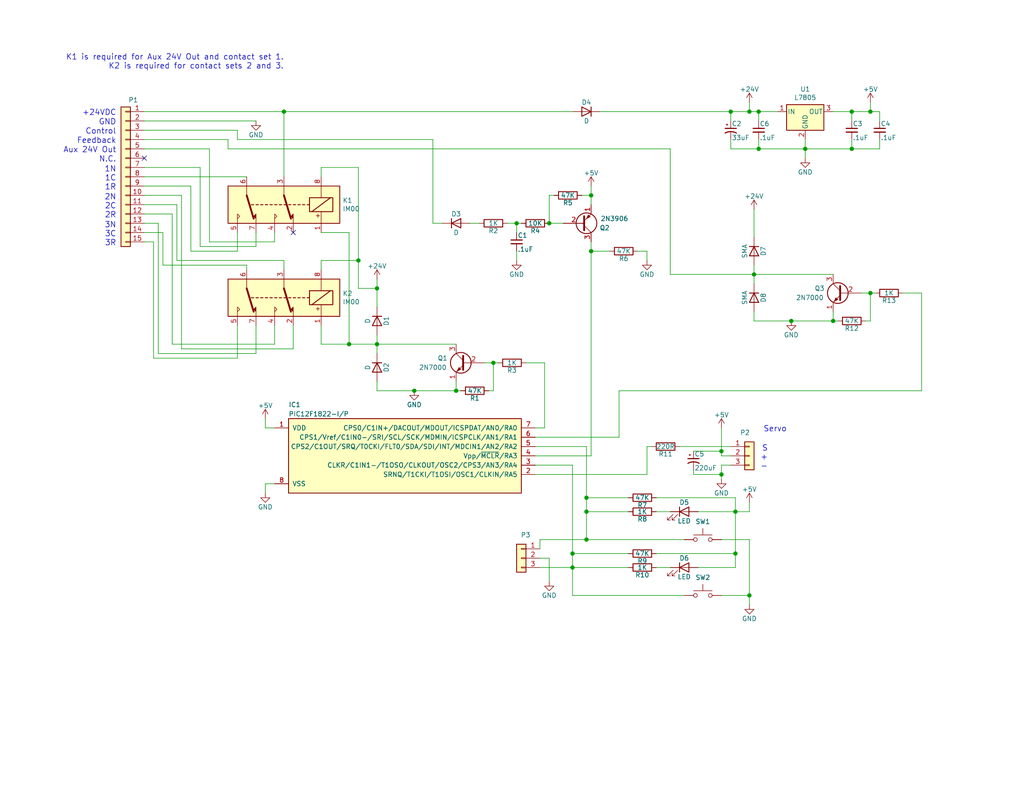
<source format=kicad_sch>
(kicad_sch (version 20200828) (generator eeschema)
  (page 1 1)
  (paper "A")
  (title_block (title "R/C Servo Switch Machine Control") (date "2019-10-18") (rev "B") (company "DMFE") (comment 1 "G2R Version "))
  (lib_symbols
    (symbol "Connector_Generic:Conn_01x03" (pin_names (offset 1.016) hide)
      (property "Reference" "J" (at 0 5.08 0))
      (property "Value" "Conn_01x03" (at 0 -5.08 0))
      (symbol "Conn_01x03_1_1"
        (rectangle (start -1.27 -2.413) (end 0 -2.667) (stroke (width 0.1524)))
        (rectangle (start -1.27 2.667) (end 0 2.413) (stroke (width 0.1524)))
        (rectangle (start -1.27 3.81) (end 1.27 -3.81) (stroke (width 0.254)) (fill (type background)))
        (rectangle (start -1.27 0.127) (end 0 -0.127) (stroke (width 0.1524)))
        (pin passive line (at -5.08 2.54 0) (length 3.81) (name "Pin_1") (number "1"))
        (pin passive line (at -5.08 0 0) (length 3.81) (name "Pin_2") (number "2"))
        (pin passive line (at -5.08 -2.54 0) (length 3.81) (name "Pin_3") (number "3"))
      )
    )
    (symbol "Connector_Generic:Conn_01x15" (pin_names (offset 1.016) hide)
      (property "Reference" "J" (at 0 20.32 0))
      (property "Value" "Conn_01x15" (at 0 -20.32 0))
      (symbol "Conn_01x15_1_1"
        (rectangle (start -1.27 -4.953) (end 0 -5.207) (stroke (width 0.1524)))
        (rectangle (start -1.27 -7.493) (end 0 -7.747) (stroke (width 0.1524)))
        (rectangle (start -1.27 -10.033) (end 0 -10.287) (stroke (width 0.1524)))
        (rectangle (start -1.27 -12.573) (end 0 -12.827) (stroke (width 0.1524)))
        (rectangle (start -1.27 -15.113) (end 0 -15.367) (stroke (width 0.1524)))
        (rectangle (start -1.27 -17.653) (end 0 -17.907) (stroke (width 0.1524)))
        (rectangle (start -1.27 -2.413) (end 0 -2.667) (stroke (width 0.1524)))
        (rectangle (start -1.27 2.667) (end 0 2.413) (stroke (width 0.1524)))
        (rectangle (start -1.27 5.207) (end 0 4.953) (stroke (width 0.1524)))
        (rectangle (start -1.27 7.747) (end 0 7.493) (stroke (width 0.1524)))
        (rectangle (start -1.27 10.287) (end 0 10.033) (stroke (width 0.1524)))
        (rectangle (start -1.27 0.127) (end 0 -0.127) (stroke (width 0.1524)))
        (rectangle (start -1.27 12.827) (end 0 12.573) (stroke (width 0.1524)))
        (rectangle (start -1.27 15.367) (end 0 15.113) (stroke (width 0.1524)))
        (rectangle (start -1.27 17.907) (end 0 17.653) (stroke (width 0.1524)))
        (rectangle (start -1.27 19.05) (end 1.27 -19.05) (stroke (width 0.254)) (fill (type background)))
        (pin passive line (at -5.08 17.78 0) (length 3.81) (name "Pin_1") (number "1"))
        (pin passive line (at -5.08 -5.08 0) (length 3.81) (name "Pin_10") (number "10"))
        (pin passive line (at -5.08 -7.62 0) (length 3.81) (name "Pin_11") (number "11"))
        (pin passive line (at -5.08 -10.16 0) (length 3.81) (name "Pin_12") (number "12"))
        (pin passive line (at -5.08 -12.7 0) (length 3.81) (name "Pin_13") (number "13"))
        (pin passive line (at -5.08 -15.24 0) (length 3.81) (name "Pin_14") (number "14"))
        (pin passive line (at -5.08 -17.78 0) (length 3.81) (name "Pin_15") (number "15"))
        (pin passive line (at -5.08 15.24 0) (length 3.81) (name "Pin_2") (number "2"))
        (pin passive line (at -5.08 12.7 0) (length 3.81) (name "Pin_3") (number "3"))
        (pin passive line (at -5.08 10.16 0) (length 3.81) (name "Pin_4") (number "4"))
        (pin passive line (at -5.08 7.62 0) (length 3.81) (name "Pin_5") (number "5"))
        (pin passive line (at -5.08 5.08 0) (length 3.81) (name "Pin_6") (number "6"))
        (pin passive line (at -5.08 2.54 0) (length 3.81) (name "Pin_7") (number "7"))
        (pin passive line (at -5.08 0 0) (length 3.81) (name "Pin_8") (number "8"))
        (pin passive line (at -5.08 -2.54 0) (length 3.81) (name "Pin_9") (number "9"))
      )
    )
    (symbol "Device:CP1_Small" (pin_numbers hide) (pin_names (offset 0.254) hide)
      (property "Reference" "C" (at 0.254 1.778 0))
      (property "Value" "CP1_Small" (at 0.254 -2.032 0))
      (symbol "CP1_Small_0_1"
        (arc (start -1.524 -0.762) (end 1.524 -0.762) (radius (at 0 -3.556) (length 3.175) (angles 118.6 61.4)) (stroke (width 0.3048)))
        (polyline (pts (xy -1.524 0.508) (xy 1.524 0.508)) (stroke (width 0.3048)))
        (polyline (pts (xy -1.27 1.524) (xy -0.762 1.524)))
        (polyline (pts (xy -1.016 1.27) (xy -1.016 1.778)))
      )
      (symbol "CP1_Small_1_1"
        (pin passive line (at 0 2.54 270) (length 2.032) (name "~") (number "1"))
        (pin passive line (at 0 -2.54 90) (length 2.032) (name "~") (number "2"))
      )
    )
    (symbol "Device:C_Small" (pin_numbers hide) (pin_names (offset 0.254) hide)
      (property "Reference" "C" (at 0.254 1.778 0))
      (property "Value" "C_Small" (at 0.254 -2.032 0))
      (symbol "C_Small_0_1"
        (polyline (pts (xy -1.524 -0.508) (xy 1.524 -0.508)) (stroke (width 0.3302)))
        (polyline (pts (xy -1.524 0.508) (xy 1.524 0.508)) (stroke (width 0.3048)))
      )
      (symbol "C_Small_1_1"
        (pin passive line (at 0 2.54 270) (length 2.032) (name "~") (number "1"))
        (pin passive line (at 0 -2.54 90) (length 2.032) (name "~") (number "2"))
      )
    )
    (symbol "Device:D" (pin_numbers hide) (pin_names (offset 1.016) hide)
      (property "Reference" "D" (at 0 2.54 0))
      (property "Value" "D" (at 0 -2.54 0))
      (symbol "D_0_1"
        (polyline (pts (xy -1.27 1.27) (xy -1.27 -1.27)) (stroke (width 0.254)))
        (polyline (pts (xy 1.27 0) (xy -1.27 0)))
        (polyline (pts (xy 1.27 1.27) (xy 1.27 -1.27) (xy -1.27 0) (xy 1.27 1.27)) (stroke (width 0.254)))
      )
      (symbol "D_1_1"
        (pin passive line (at -3.81 0 0) (length 2.54) (name "K") (number "1"))
        (pin passive line (at 3.81 0 180) (length 2.54) (name "A") (number "2"))
      )
    )
    (symbol "Device:LED" (pin_numbers hide) (pin_names (offset 1.016) hide)
      (property "Reference" "D" (at 0 2.54 0))
      (property "Value" "LED" (at 0 -2.54 0))
      (symbol "LED_0_1"
        (polyline (pts (xy -1.27 -1.27) (xy -1.27 1.27)) (stroke (width 0.254)))
        (polyline (pts (xy -1.27 0) (xy 1.27 0)))
        (polyline (pts (xy 1.27 -1.27) (xy 1.27 1.27) (xy -1.27 0) (xy 1.27 -1.27)) (stroke (width 0.254)))
        (polyline (pts (xy -3.048 -0.762) (xy -4.572 -2.286) (xy -3.81 -2.286) (xy -4.572 -2.286) (xy -4.572 -1.524)))
        (polyline (pts (xy -1.778 -0.762) (xy -3.302 -2.286) (xy -2.54 -2.286) (xy -3.302 -2.286) (xy -3.302 -1.524)))
      )
      (symbol "LED_1_1"
        (pin passive line (at -3.81 0 0) (length 2.54) (name "K") (number "1"))
        (pin passive line (at 3.81 0 180) (length 2.54) (name "A") (number "2"))
      )
    )
    (symbol "Device:Q_NPN_EBC" (pin_names (offset 0) hide)
      (property "Reference" "Q" (at 5.08 1.27 0))
      (property "Value" "Q_NPN_EBC" (at 5.08 -1.27 0))
      (symbol "Q_NPN_EBC_0_1"
        (circle (center 1.27 0) (radius 2.8194) (stroke (width 0.254)))
        (polyline (pts (xy 0.635 0.635) (xy 2.54 2.54)))
        (polyline (pts (xy 0.635 -0.635) (xy 2.54 -2.54) (xy 2.54 -2.54)))
        (polyline (pts (xy 0.635 1.905) (xy 0.635 -1.905) (xy 0.635 -1.905)) (stroke (width 0.508)))
        (polyline (pts (xy 1.27 -1.778) (xy 1.778 -1.27) (xy 2.286 -2.286) (xy 1.27 -1.778) (xy 1.27 -1.778)) (fill (type outline)))
      )
      (symbol "Q_NPN_EBC_1_1"
        (pin passive line (at 2.54 -5.08 90) (length 2.54) (name "E") (number "1"))
        (pin passive line (at -5.08 0 0) (length 5.715) (name "B") (number "2"))
        (pin passive line (at 2.54 5.08 270) (length 2.54) (name "C") (number "3"))
      )
    )
    (symbol "Device:Q_PNP_EBC" (pin_names (offset 0) hide)
      (property "Reference" "Q" (at 5.08 1.27 0))
      (property "Value" "Q_PNP_EBC" (at 5.08 -1.27 0))
      (symbol "Q_PNP_EBC_0_1"
        (circle (center 1.27 0) (radius 2.8194) (stroke (width 0.254)))
        (polyline (pts (xy 0.635 0.635) (xy 2.54 2.54)))
        (polyline (pts (xy 0.635 -0.635) (xy 2.54 -2.54) (xy 2.54 -2.54)))
        (polyline (pts (xy 0.635 1.905) (xy 0.635 -1.905) (xy 0.635 -1.905)) (stroke (width 0.508)))
        (polyline (pts (xy 2.286 -1.778) (xy 1.778 -2.286) (xy 1.27 -1.27) (xy 2.286 -1.778) (xy 2.286 -1.778)) (fill (type outline)))
      )
      (symbol "Q_PNP_EBC_1_1"
        (pin passive line (at 2.54 -5.08 90) (length 2.54) (name "E") (number "1"))
        (pin input line (at -5.08 0 0) (length 5.715) (name "B") (number "2"))
        (pin passive line (at 2.54 5.08 270) (length 2.54) (name "C") (number "3"))
      )
    )
    (symbol "Device:R" (pin_numbers hide) (pin_names (offset 0))
      (property "Reference" "R" (at 2.032 0 90))
      (property "Value" "R" (at 0 0 90))
      (symbol "R_0_1"
        (rectangle (start -1.016 -2.54) (end 1.016 2.54) (stroke (width 0.254)))
      )
      (symbol "R_1_1"
        (pin passive line (at 0 3.81 270) (length 1.27) (name "~") (number "1"))
        (pin passive line (at 0 -3.81 90) (length 1.27) (name "~") (number "2"))
      )
    )
    (symbol "RCSMCtrl-rescue:PIC12(L)F1822-I_P" (pin_names (offset 1.016))
      (property "Reference" "U" (at -31.75 13.97 0))
      (property "Value" "PIC12(L)F1822-I_P" (at -31.75 11.43 0))
      (symbol "PIC12(L)F1822-I_P_0_1"
        (rectangle (start 31.75 -10.16) (end -31.75 10.16) (stroke (width 0.254)) (fill (type background)))
      )
      (symbol "PIC12(L)F1822-I_P_1_1"
        (pin power_in line (at -35.56 7.62 0) (length 3.81) (name "VDD") (number "1"))
        (pin bidirectional line (at 35.56 -5.08 180) (length 3.81) (name "SRNQ/T1CKI/T1OSI/OSC1/CLKIN/RA5") (number "2"))
        (pin bidirectional line (at 35.56 -2.54 180) (length 3.81) (name "CLKR/C1IN1-/T1OSO/CLKOUT/OSC2/CPS3/AN3/RA4") (number "3"))
        (pin input line (at 35.56 0 180) (length 3.81) (name "Vpp/~MCLR~/RA3") (number "4"))
        (pin bidirectional line (at 35.56 2.54 180) (length 3.81) (name "CPS2/C1OUT/SRQ/T0CKI/FLT0/SDA/SDI/INT/MDCIN1/AN2/RA2") (number "5"))
        (pin bidirectional line (at 35.56 5.08 180) (length 3.81) (name "CPS1/Vref/C1IN0-/SRI/SCL/SCK/MDMIN/ICSPCLK/AN1/RA1") (number "6"))
        (pin bidirectional line (at 35.56 7.62 180) (length 3.81) (name "CPS0/C1IN+/DACOUT/MDOUT/ICSPDAT/AN0/RA0") (number "7"))
        (pin power_in line (at -35.56 -7.62 0) (length 3.81) (name "VSS") (number "8"))
      )
    )
    (symbol "Regulator_Linear:L7805" (pin_names (offset 0.254))
      (property "Reference" "U" (at -3.81 3.175 0))
      (property "Value" "L7805" (at 0 3.175 0))
      (symbol "L7805_0_1"
        (rectangle (start -5.08 1.905) (end 5.08 -5.08) (stroke (width 0.254)) (fill (type background)))
      )
      (symbol "L7805_1_1"
        (pin power_in line (at -7.62 0 0) (length 2.54) (name "IN") (number "1"))
        (pin power_in line (at 0 -7.62 90) (length 2.54) (name "GND") (number "2"))
        (pin power_out line (at 7.62 0 180) (length 2.54) (name "OUT") (number "3"))
      )
    )
    (symbol "Relay:IM00"
      (property "Reference" "K" (at 16.51 3.81 0))
      (property "Value" "IM00" (at 16.51 1.27 0))
      (symbol "IM00_0_0"
        (text "+" (at -9.271 2.921 0) (effects (font (size 1.27 1.27))))
      )
      (symbol "IM00_0_1"
        (rectangle (start -15.24 5.08) (end 15.24 -5.08) (stroke (width 0.254)) (fill (type background)))
        (rectangle (start -13.335 1.905) (end -6.985 -1.905) (stroke (width 0.254)))
        (polyline (pts (xy -12.7 -1.905) (xy -7.62 1.905)) (stroke (width 0.254)))
        (polyline (pts (xy -10.16 -5.08) (xy -10.16 -1.905)))
        (polyline (pts (xy -10.16 5.08) (xy -10.16 1.905)))
        (polyline (pts (xy -6.985 0) (xy -6.35 0)) (stroke (width 0.254)))
        (polyline (pts (xy -5.715 0) (xy -5.08 0)) (stroke (width 0.254)))
        (polyline (pts (xy -4.445 0) (xy -3.81 0)) (stroke (width 0.254)))
        (polyline (pts (xy -3.175 0) (xy -2.54 0)) (stroke (width 0.254)))
        (polyline (pts (xy -1.905 0) (xy -1.27 0)) (stroke (width 0.254)))
        (polyline (pts (xy -0.635 0) (xy 0 0)) (stroke (width 0.254)))
        (polyline (pts (xy 0 -2.54) (xy -1.905 3.81)) (stroke (width 0.508)))
        (polyline (pts (xy 0 -2.54) (xy 0 -5.08)))
        (polyline (pts (xy 0.635 0) (xy 1.27 0)) (stroke (width 0.254)))
        (polyline (pts (xy 1.905 0) (xy 2.54 0)) (stroke (width 0.254)))
        (polyline (pts (xy 3.175 0) (xy 3.81 0)) (stroke (width 0.254)))
        (polyline (pts (xy 4.445 0) (xy 5.08 0)) (stroke (width 0.254)))
        (polyline (pts (xy 5.715 0) (xy 6.35 0)) (stroke (width 0.254)))
        (polyline (pts (xy 6.985 0) (xy 7.62 0)) (stroke (width 0.254)))
        (polyline (pts (xy 8.255 0) (xy 8.89 0)) (stroke (width 0.254)))
        (polyline (pts (xy 10.16 -2.54) (xy 8.255 3.81)) (stroke (width 0.508)))
        (polyline (pts (xy 10.16 -2.54) (xy 10.16 -5.08)))
        (polyline (pts (xy -2.54 5.08) (xy -2.54 2.54) (xy -1.905 3.175) (xy -2.54 3.81)) (fill (type outline)))
        (polyline (pts (xy 2.54 5.08) (xy 2.54 2.54) (xy 1.905 3.175) (xy 2.54 3.81)))
        (polyline (pts (xy 7.62 5.08) (xy 7.62 2.54) (xy 8.255 3.175) (xy 7.62 3.81)) (fill (type outline)))
        (polyline (pts (xy 12.7 5.08) (xy 12.7 2.54) (xy 12.065 3.175) (xy 12.7 3.81)))
      )
      (symbol "IM00_1_1"
        (pin passive line (at -10.16 7.62 270) (length 2.54) (name "~") (number "1"))
        (pin passive line (at -2.54 7.62 270) (length 2.54) (name "~") (number "2"))
        (pin passive line (at 0 -7.62 90) (length 2.54) (name "~") (number "3"))
        (pin passive line (at 2.54 7.62 270) (length 2.54) (name "~") (number "4"))
        (pin passive line (at 12.7 7.62 270) (length 2.54) (name "~") (number "5"))
        (pin passive line (at 10.16 -7.62 90) (length 2.54) (name "~") (number "6"))
        (pin passive line (at 7.62 7.62 270) (length 2.54) (name "~") (number "7"))
        (pin passive line (at -10.16 -7.62 90) (length 2.54) (name "~") (number "8"))
      )
    )
    (symbol "Switch:SW_Push" (pin_numbers hide) (pin_names (offset 1.016) hide)
      (property "Reference" "SW" (at 1.27 2.54 0))
      (property "Value" "SW_Push" (at 0 -1.524 0))
      (symbol "SW_Push_0_1"
        (circle (center -2.032 0) (radius 0.508))
        (circle (center 2.032 0) (radius 0.508))
        (polyline (pts (xy 0 1.27) (xy 0 3.048)))
        (polyline (pts (xy 2.54 1.27) (xy -2.54 1.27)))
        (pin passive line (at -5.08 0 0) (length 2.54) (name "1") (number "1"))
        (pin passive line (at 5.08 0 180) (length 2.54) (name "2") (number "2"))
      )
    )
    (symbol "power:+24V" (power) (pin_names (offset 0))
      (property "Value" "+24V" (at 0 3.556 0))
      (symbol "+24V_0_1"
        (polyline (pts (xy -0.762 1.27) (xy 0 2.54)))
        (polyline (pts (xy 0 0) (xy 0 2.54)))
        (polyline (pts (xy 0 2.54) (xy 0.762 1.27)))
      )
      (symbol "+24V_1_1"
        (pin power_in line (at 0 0 90) (length 0) hide (name "+24V") (number "1"))
      )
    )
    (symbol "power:+5V" (power) (pin_names (offset 0))
      (property "Value" "+5V" (at 0 3.556 0))
      (symbol "+5V_0_1"
        (polyline (pts (xy -0.762 1.27) (xy 0 2.54)))
        (polyline (pts (xy 0 0) (xy 0 2.54)))
        (polyline (pts (xy 0 2.54) (xy 0.762 1.27)))
      )
      (symbol "+5V_1_1"
        (pin power_in line (at 0 0 90) (length 0) hide (name "+5V") (number "1"))
      )
    )
    (symbol "power:GND" (power) (pin_names (offset 0))
      (property "Value" "GND" (at 0 -3.81 0))
      (symbol "GND_0_1"
        (polyline (pts (xy 0 0) (xy 0 -1.27) (xy 1.27 -1.27) (xy 0 -2.54) (xy -1.27 -1.27) (xy 0 -1.27)))
      )
      (symbol "GND_1_1"
        (pin power_in line (at 0 0 270) (length 0) hide (name "GND") (number "1"))
      )
    )
  )
  (junction (at 77.47 30.48) (diameter 1.016))
  (junction (at 95.25 93.98) (diameter 1.016))
  (junction (at 97.79 71.12) (diameter 1.016))
  (junction (at 102.87 78.74) (diameter 1.016))
  (junction (at 102.87 93.98) (diameter 1.016))
  (junction (at 113.03 106.68) (diameter 1.016))
  (junction (at 124.46 106.68) (diameter 1.016))
  (junction (at 134.62 99.06) (diameter 1.016))
  (junction (at 140.97 60.96) (diameter 1.016))
  (junction (at 149.86 60.96) (diameter 1.016))
  (junction (at 156.21 151.13) (diameter 1.016))
  (junction (at 156.21 154.94) (diameter 1.016))
  (junction (at 160.02 135.89) (diameter 1.016))
  (junction (at 160.02 139.7) (diameter 1.016))
  (junction (at 160.02 147.32) (diameter 1.016))
  (junction (at 161.29 53.34) (diameter 1.016))
  (junction (at 161.29 68.58) (diameter 1.016))
  (junction (at 196.85 123.19) (diameter 1.016))
  (junction (at 196.85 129.54) (diameter 1.016))
  (junction (at 199.39 30.48) (diameter 1.016))
  (junction (at 200.66 139.7) (diameter 1.016))
  (junction (at 200.66 151.13) (diameter 1.016))
  (junction (at 204.47 30.48) (diameter 1.016))
  (junction (at 204.47 162.56) (diameter 1.016))
  (junction (at 205.74 74.93) (diameter 1.016))
  (junction (at 207.01 30.48) (diameter 1.016))
  (junction (at 207.01 40.64) (diameter 1.016))
  (junction (at 215.9 87.63) (diameter 1.016))
  (junction (at 219.71 40.64) (diameter 1.016))
  (junction (at 227.33 87.63) (diameter 1.016))
  (junction (at 232.41 30.48) (diameter 1.016))
  (junction (at 232.41 40.64) (diameter 1.016))
  (junction (at 237.49 30.48) (diameter 1.016))
  (junction (at 237.49 80.01) (diameter 1.016))
  (no_connect (at 80.01 63.5))
  (no_connect (at 39.37 43.18))
  (wire (pts (xy 39.37 30.48) (xy 77.47 30.48)))
  (wire (pts (xy 39.37 33.02) (xy 69.85 33.02)))
  (wire (pts (xy 39.37 35.56) (xy 64.77 35.56)))
  (wire (pts (xy 39.37 38.1) (xy 62.23 38.1)))
  (wire (pts (xy 39.37 40.64) (xy 57.15 40.64)))
  (wire (pts (xy 39.37 45.72) (xy 54.61 45.72)))
  (wire (pts (xy 39.37 48.26) (xy 67.31 48.26)))
  (wire (pts (xy 39.37 50.8) (xy 52.07 50.8)))
  (wire (pts (xy 39.37 53.34) (xy 49.53 53.34)))
  (wire (pts (xy 39.37 55.88) (xy 48.26 55.88)))
  (wire (pts (xy 39.37 58.42) (xy 46.99 58.42)))
  (wire (pts (xy 39.37 63.5) (xy 44.45 63.5)))
  (wire (pts (xy 41.91 66.04) (xy 39.37 66.04)))
  (wire (pts (xy 41.91 97.79) (xy 41.91 66.04)))
  (wire (pts (xy 43.18 60.96) (xy 39.37 60.96)))
  (wire (pts (xy 43.18 60.96) (xy 43.18 96.52)))
  (wire (pts (xy 43.18 96.52) (xy 69.85 96.52)))
  (wire (pts (xy 44.45 63.5) (xy 44.45 72.39)))
  (wire (pts (xy 44.45 72.39) (xy 67.31 72.39)))
  (wire (pts (xy 46.99 58.42) (xy 46.99 93.98)))
  (wire (pts (xy 46.99 93.98) (xy 74.93 93.98)))
  (wire (pts (xy 48.26 55.88) (xy 48.26 71.12)))
  (wire (pts (xy 48.26 71.12) (xy 77.47 71.12)))
  (wire (pts (xy 49.53 53.34) (xy 49.53 95.25)))
  (wire (pts (xy 49.53 95.25) (xy 80.01 95.25)))
  (wire (pts (xy 52.07 50.8) (xy 52.07 68.58)))
  (wire (pts (xy 52.07 68.58) (xy 64.77 68.58)))
  (wire (pts (xy 54.61 45.72) (xy 54.61 67.31)))
  (wire (pts (xy 54.61 67.31) (xy 69.85 67.31)))
  (wire (pts (xy 57.15 40.64) (xy 57.15 66.04)))
  (wire (pts (xy 57.15 66.04) (xy 74.93 66.04)))
  (wire (pts (xy 62.23 38.1) (xy 62.23 40.64)))
  (wire (pts (xy 62.23 40.64) (xy 182.88 40.64)))
  (wire (pts (xy 64.77 35.56) (xy 64.77 38.1)))
  (wire (pts (xy 64.77 38.1) (xy 118.11 38.1)))
  (wire (pts (xy 64.77 68.58) (xy 64.77 63.5)))
  (wire (pts (xy 64.77 88.9) (xy 64.77 97.79)))
  (wire (pts (xy 64.77 97.79) (xy 41.91 97.79)))
  (wire (pts (xy 67.31 73.66) (xy 67.31 72.39)))
  (wire (pts (xy 69.85 67.31) (xy 69.85 63.5)))
  (wire (pts (xy 69.85 96.52) (xy 69.85 88.9)))
  (wire (pts (xy 72.39 114.3) (xy 72.39 116.84)))
  (wire (pts (xy 72.39 116.84) (xy 74.93 116.84)))
  (wire (pts (xy 72.39 132.08) (xy 74.93 132.08)))
  (wire (pts (xy 72.39 134.62) (xy 72.39 132.08)))
  (wire (pts (xy 74.93 66.04) (xy 74.93 63.5)))
  (wire (pts (xy 74.93 93.98) (xy 74.93 88.9)))
  (wire (pts (xy 77.47 30.48) (xy 77.47 48.26)))
  (wire (pts (xy 77.47 30.48) (xy 156.21 30.48)))
  (wire (pts (xy 77.47 71.12) (xy 77.47 73.66)))
  (wire (pts (xy 80.01 95.25) (xy 80.01 88.9)))
  (wire (pts (xy 87.63 45.72) (xy 97.79 45.72)))
  (wire (pts (xy 87.63 48.26) (xy 87.63 45.72)))
  (wire (pts (xy 87.63 63.5) (xy 95.25 63.5)))
  (wire (pts (xy 87.63 71.12) (xy 97.79 71.12)))
  (wire (pts (xy 87.63 73.66) (xy 87.63 71.12)))
  (wire (pts (xy 87.63 88.9) (xy 87.63 93.98)))
  (wire (pts (xy 87.63 93.98) (xy 95.25 93.98)))
  (wire (pts (xy 95.25 63.5) (xy 95.25 93.98)))
  (wire (pts (xy 95.25 93.98) (xy 102.87 93.98)))
  (wire (pts (xy 97.79 45.72) (xy 97.79 71.12)))
  (wire (pts (xy 97.79 71.12) (xy 97.79 78.74)))
  (wire (pts (xy 97.79 78.74) (xy 102.87 78.74)))
  (wire (pts (xy 102.87 76.2) (xy 102.87 78.74)))
  (wire (pts (xy 102.87 78.74) (xy 102.87 83.82)))
  (wire (pts (xy 102.87 91.44) (xy 102.87 93.98)))
  (wire (pts (xy 102.87 93.98) (xy 102.87 96.52)))
  (wire (pts (xy 102.87 93.98) (xy 124.46 93.98)))
  (wire (pts (xy 102.87 106.68) (xy 102.87 104.14)))
  (wire (pts (xy 102.87 106.68) (xy 113.03 106.68)))
  (wire (pts (xy 113.03 106.68) (xy 124.46 106.68)))
  (wire (pts (xy 118.11 38.1) (xy 118.11 60.96)))
  (wire (pts (xy 118.11 60.96) (xy 120.65 60.96)))
  (wire (pts (xy 124.46 106.68) (xy 124.46 104.14)))
  (wire (pts (xy 124.46 106.68) (xy 125.73 106.68)))
  (wire (pts (xy 128.27 60.96) (xy 130.81 60.96)))
  (wire (pts (xy 132.08 99.06) (xy 134.62 99.06)))
  (wire (pts (xy 133.35 106.68) (xy 134.62 106.68)))
  (wire (pts (xy 134.62 99.06) (xy 135.89 99.06)))
  (wire (pts (xy 134.62 106.68) (xy 134.62 99.06)))
  (wire (pts (xy 138.43 60.96) (xy 140.97 60.96)))
  (wire (pts (xy 140.97 60.96) (xy 140.97 63.5)))
  (wire (pts (xy 140.97 60.96) (xy 142.24 60.96)))
  (wire (pts (xy 140.97 71.12) (xy 140.97 68.58)))
  (wire (pts (xy 143.51 99.06) (xy 148.59 99.06)))
  (wire (pts (xy 146.05 121.92) (xy 160.02 121.92)))
  (wire (pts (xy 146.05 127) (xy 156.21 127)))
  (wire (pts (xy 146.05 129.54) (xy 176.53 129.54)))
  (wire (pts (xy 147.32 147.32) (xy 160.02 147.32)))
  (wire (pts (xy 147.32 149.86) (xy 147.32 147.32)))
  (wire (pts (xy 147.32 152.4) (xy 149.86 152.4)))
  (wire (pts (xy 147.32 154.94) (xy 156.21 154.94)))
  (wire (pts (xy 148.59 99.06) (xy 148.59 116.84)))
  (wire (pts (xy 148.59 116.84) (xy 146.05 116.84)))
  (wire (pts (xy 149.86 53.34) (xy 149.86 60.96)))
  (wire (pts (xy 149.86 60.96) (xy 153.67 60.96)))
  (wire (pts (xy 149.86 152.4) (xy 149.86 158.75)))
  (wire (pts (xy 151.13 53.34) (xy 149.86 53.34)))
  (wire (pts (xy 156.21 127) (xy 156.21 151.13)))
  (wire (pts (xy 156.21 151.13) (xy 156.21 154.94)))
  (wire (pts (xy 156.21 151.13) (xy 171.45 151.13)))
  (wire (pts (xy 156.21 154.94) (xy 156.21 162.56)))
  (wire (pts (xy 156.21 154.94) (xy 171.45 154.94)))
  (wire (pts (xy 156.21 162.56) (xy 186.69 162.56)))
  (wire (pts (xy 158.75 53.34) (xy 161.29 53.34)))
  (wire (pts (xy 160.02 121.92) (xy 160.02 135.89)))
  (wire (pts (xy 160.02 135.89) (xy 160.02 139.7)))
  (wire (pts (xy 160.02 135.89) (xy 171.45 135.89)))
  (wire (pts (xy 160.02 139.7) (xy 160.02 147.32)))
  (wire (pts (xy 160.02 139.7) (xy 171.45 139.7)))
  (wire (pts (xy 160.02 147.32) (xy 186.69 147.32)))
  (wire (pts (xy 161.29 50.8) (xy 161.29 53.34)))
  (wire (pts (xy 161.29 53.34) (xy 161.29 55.88)))
  (wire (pts (xy 161.29 66.04) (xy 161.29 68.58)))
  (wire (pts (xy 161.29 68.58) (xy 161.29 124.46)))
  (wire (pts (xy 161.29 68.58) (xy 166.37 68.58)))
  (wire (pts (xy 161.29 124.46) (xy 146.05 124.46)))
  (wire (pts (xy 163.83 30.48) (xy 199.39 30.48)))
  (wire (pts (xy 168.91 106.68) (xy 168.91 119.38)))
  (wire (pts (xy 168.91 119.38) (xy 146.05 119.38)))
  (wire (pts (xy 173.99 68.58) (xy 176.53 68.58)))
  (wire (pts (xy 176.53 68.58) (xy 176.53 71.12)))
  (wire (pts (xy 176.53 121.92) (xy 177.8 121.92)))
  (wire (pts (xy 176.53 129.54) (xy 176.53 121.92)))
  (wire (pts (xy 179.07 139.7) (xy 182.88 139.7)))
  (wire (pts (xy 179.07 151.13) (xy 200.66 151.13)))
  (wire (pts (xy 179.07 154.94) (xy 182.88 154.94)))
  (wire (pts (xy 182.88 40.64) (xy 182.88 74.93)))
  (wire (pts (xy 182.88 74.93) (xy 205.74 74.93)))
  (wire (pts (xy 189.23 123.19) (xy 196.85 123.19)))
  (wire (pts (xy 189.23 128.27) (xy 189.23 129.54)))
  (wire (pts (xy 189.23 129.54) (xy 196.85 129.54)))
  (wire (pts (xy 190.5 139.7) (xy 200.66 139.7)))
  (wire (pts (xy 196.85 123.19) (xy 196.85 116.84)))
  (wire (pts (xy 196.85 124.46) (xy 196.85 123.19)))
  (wire (pts (xy 196.85 127) (xy 196.85 129.54)))
  (wire (pts (xy 196.85 129.54) (xy 196.85 130.81)))
  (wire (pts (xy 196.85 147.32) (xy 204.47 147.32)))
  (wire (pts (xy 196.85 162.56) (xy 204.47 162.56)))
  (wire (pts (xy 199.39 30.48) (xy 204.47 30.48)))
  (wire (pts (xy 199.39 33.02) (xy 199.39 30.48)))
  (wire (pts (xy 199.39 38.1) (xy 199.39 40.64)))
  (wire (pts (xy 199.39 40.64) (xy 207.01 40.64)))
  (wire (pts (xy 199.39 121.92) (xy 185.42 121.92)))
  (wire (pts (xy 199.39 124.46) (xy 196.85 124.46)))
  (wire (pts (xy 199.39 127) (xy 196.85 127)))
  (wire (pts (xy 200.66 135.89) (xy 179.07 135.89)))
  (wire (pts (xy 200.66 135.89) (xy 200.66 139.7)))
  (wire (pts (xy 200.66 139.7) (xy 200.66 151.13)))
  (wire (pts (xy 200.66 139.7) (xy 204.47 139.7)))
  (wire (pts (xy 200.66 151.13) (xy 200.66 154.94)))
  (wire (pts (xy 200.66 154.94) (xy 190.5 154.94)))
  (wire (pts (xy 204.47 27.94) (xy 204.47 30.48)))
  (wire (pts (xy 204.47 30.48) (xy 207.01 30.48)))
  (wire (pts (xy 204.47 139.7) (xy 204.47 137.16)))
  (wire (pts (xy 204.47 147.32) (xy 204.47 162.56)))
  (wire (pts (xy 204.47 162.56) (xy 204.47 165.1)))
  (wire (pts (xy 205.74 57.15) (xy 205.74 64.77)))
  (wire (pts (xy 205.74 72.39) (xy 205.74 74.93)))
  (wire (pts (xy 205.74 74.93) (xy 205.74 77.47)))
  (wire (pts (xy 205.74 74.93) (xy 227.33 74.93)))
  (wire (pts (xy 205.74 87.63) (xy 205.74 85.09)))
  (wire (pts (xy 205.74 87.63) (xy 215.9 87.63)))
  (wire (pts (xy 207.01 30.48) (xy 212.09 30.48)))
  (wire (pts (xy 207.01 33.02) (xy 207.01 30.48)))
  (wire (pts (xy 207.01 38.1) (xy 207.01 40.64)))
  (wire (pts (xy 207.01 40.64) (xy 219.71 40.64)))
  (wire (pts (xy 215.9 87.63) (xy 227.33 87.63)))
  (wire (pts (xy 219.71 38.1) (xy 219.71 40.64)))
  (wire (pts (xy 219.71 40.64) (xy 219.71 43.18)))
  (wire (pts (xy 219.71 40.64) (xy 232.41 40.64)))
  (wire (pts (xy 227.33 30.48) (xy 232.41 30.48)))
  (wire (pts (xy 227.33 87.63) (xy 227.33 85.09)))
  (wire (pts (xy 227.33 87.63) (xy 228.6 87.63)))
  (wire (pts (xy 232.41 30.48) (xy 237.49 30.48)))
  (wire (pts (xy 232.41 33.02) (xy 232.41 30.48)))
  (wire (pts (xy 232.41 38.1) (xy 232.41 40.64)))
  (wire (pts (xy 232.41 40.64) (xy 240.03 40.64)))
  (wire (pts (xy 234.95 80.01) (xy 237.49 80.01)))
  (wire (pts (xy 236.22 87.63) (xy 237.49 87.63)))
  (wire (pts (xy 237.49 30.48) (xy 237.49 27.94)))
  (wire (pts (xy 237.49 30.48) (xy 240.03 30.48)))
  (wire (pts (xy 237.49 80.01) (xy 238.76 80.01)))
  (wire (pts (xy 237.49 87.63) (xy 237.49 80.01)))
  (wire (pts (xy 240.03 30.48) (xy 240.03 33.02)))
  (wire (pts (xy 240.03 40.64) (xy 240.03 38.1)))
  (wire (pts (xy 246.38 80.01) (xy 251.46 80.01)))
  (wire (pts (xy 251.46 80.01) (xy 251.46 106.68)))
  (wire (pts (xy 251.46 106.68) (xy 168.91 106.68)))
  (text "+24VDC" (at 31.75 31.75 180) (effects (font (size 1.524 1.524)) (justify right bottom)))
  (text "GND" (at 31.75 34.29 180) (effects (font (size 1.524 1.524)) (justify right bottom)))
  (text "Control" (at 31.75 36.83 180) (effects (font (size 1.524 1.524)) (justify right bottom)))
  (text "Feedback" (at 31.75 39.37 180) (effects (font (size 1.524 1.524)) (justify right bottom)))
  (text "Aux 24V Out" (at 31.75 41.91 180) (effects (font (size 1.524 1.524)) (justify right bottom)))
  (text "N.C." (at 31.75 44.45 180) (effects (font (size 1.524 1.524)) (justify right bottom)))
  (text "1N\n1C\n1R" (at 31.75 52.07 180) (effects (font (size 1.524 1.524)) (justify right bottom)))
  (text "2N\n2C\n2R" (at 31.75 59.69 180) (effects (font (size 1.524 1.524)) (justify right bottom)))
  (text "3N\n3C\n3R" (at 31.75 67.31 180) (effects (font (size 1.524 1.524)) (justify right bottom)))
  (text "K1 is required for Aux 24V Out and contact set 1.\nK2 is required for contact sets 2 and 3." (at 77.47 19.05 0) (effects (font (size 1.524 1.524)) (justify right bottom)))
  (text "Servo" (at 208.28 118.11 0) (effects (font (size 1.524 1.524)) (justify left bottom)))
  (text "S\n+\n-" (at 209.55 128.27 180) (effects (font (size 1.524 1.524)) (justify right bottom)))
  (symbol (lib_id "power:+5V") (at 72.39 114.3 0) (unit 1)
    (property "Reference" "#PWR07" (effects hide))
    (property "Value" "+5V" (at 72.39 110.744 0))
  )
  (symbol (lib_id "power:+24V") (at 102.87 76.2 0) (unit 1)
    (property "Reference" "#PWR015" (effects hide))
    (property "Value" "+24V" (at 102.87 72.644 0))
  )
  (symbol (lib_id "power:+5V") (at 161.29 50.8 0) (unit 1)
    (property "Reference" "#PWR010" (effects hide))
    (property "Value" "+5V" (at 161.29 47.244 0))
  )
  (symbol (lib_id "power:+5V") (at 196.85 116.84 0) (unit 1)
    (property "Reference" "#PWR05" (effects hide))
    (property "Value" "+5V" (at 196.85 113.284 0))
  )
  (symbol (lib_id "power:+24V") (at 204.47 27.94 0) (unit 1)
    (property "Reference" "#PWR03" (effects hide))
    (property "Value" "+24V" (at 204.47 24.384 0))
  )
  (symbol (lib_id "power:+5V") (at 204.47 137.16 0) (unit 1)
    (property "Reference" "#PWR012" (effects hide))
    (property "Value" "+5V" (at 204.47 133.604 0))
  )
  (symbol (lib_id "power:+24V") (at 205.74 57.15 0) (unit 1)
    (property "Reference" "#PWR017" (effects hide))
    (property "Value" "+24V" (at 205.74 53.594 0))
  )
  (symbol (lib_id "power:+5V") (at 237.49 27.94 0) (unit 1)
    (property "Reference" "#PWR01" (effects hide))
    (property "Value" "+5V" (at 237.49 24.384 0))
  )
  (symbol (lib_id "power:GND") (at 69.85 33.02 0) (unit 1)
    (property "Reference" "#PWR04" (effects hide))
    (property "Value" "GND" (at 69.85 36.83 0))
  )
  (symbol (lib_id "power:GND") (at 72.39 134.62 0) (unit 1)
    (property "Reference" "#PWR08" (effects hide))
    (property "Value" "GND" (at 72.39 138.43 0))
  )
  (symbol (lib_id "power:GND") (at 113.03 106.68 0) (unit 1)
    (property "Reference" "#PWR014" (effects hide))
    (property "Value" "GND" (at 113.03 110.49 0))
  )
  (symbol (lib_id "power:GND") (at 140.97 71.12 0) (unit 1)
    (property "Reference" "#PWR011" (effects hide))
    (property "Value" "GND" (at 140.97 74.93 0))
  )
  (symbol (lib_id "power:GND") (at 149.86 158.75 0) (unit 1)
    (property "Reference" "#PWR0101" (effects hide))
    (property "Value" "GND" (at 149.86 162.56 0))
  )
  (symbol (lib_id "power:GND") (at 176.53 71.12 0) (unit 1)
    (property "Reference" "#PWR09" (effects hide))
    (property "Value" "GND" (at 176.53 74.93 0))
  )
  (symbol (lib_id "power:GND") (at 196.85 130.81 0) (unit 1)
    (property "Reference" "#PWR06" (effects hide))
    (property "Value" "GND" (at 196.85 134.62 0))
  )
  (symbol (lib_id "power:GND") (at 204.47 165.1 0) (unit 1)
    (property "Reference" "#PWR013" (effects hide))
    (property "Value" "GND" (at 204.47 168.91 0))
  )
  (symbol (lib_id "power:GND") (at 215.9 87.63 0) (unit 1)
    (property "Reference" "#PWR016" (effects hide))
    (property "Value" "GND" (at 215.9 91.44 0))
  )
  (symbol (lib_id "power:GND") (at 219.71 43.18 0) (unit 1)
    (property "Reference" "#PWR02" (effects hide))
    (property "Value" "GND" (at 219.71 46.99 0))
  )
  (symbol (lib_id "Device:R") (at 129.54 106.68 270) (unit 1)
    (property "Reference" "R1" (at 129.54 108.712 90))
    (property "Value" "47K" (at 129.54 106.68 90))
    (property "Footprint" "Resistors_SMD:R_0805_HandSoldering" (effects hide))
  )
  (symbol (lib_id "Device:R") (at 134.62 60.96 270) (unit 1)
    (property "Reference" "R2" (at 134.62 62.992 90))
    (property "Value" "1K" (at 134.62 60.96 90))
    (property "Footprint" "Resistors_SMD:R_0805_HandSoldering" (effects hide))
  )
  (symbol (lib_id "Device:R") (at 139.7 99.06 270) (unit 1)
    (property "Reference" "R3" (at 139.7 101.092 90))
    (property "Value" "1K" (at 139.7 99.06 90))
    (property "Footprint" "Resistors_SMD:R_0805_HandSoldering" (effects hide))
  )
  (symbol (lib_id "Device:R") (at 146.05 60.96 270) (unit 1)
    (property "Reference" "R4" (at 146.05 62.992 90))
    (property "Value" "10K" (at 146.05 60.96 90))
    (property "Footprint" "Resistors_SMD:R_0805_HandSoldering" (effects hide))
  )
  (symbol (lib_id "Device:R") (at 154.94 53.34 270) (unit 1)
    (property "Reference" "R5" (at 154.94 55.372 90))
    (property "Value" "47K" (at 154.94 53.34 90))
    (property "Footprint" "Resistors_SMD:R_0805_HandSoldering" (effects hide))
  )
  (symbol (lib_id "Device:R") (at 170.18 68.58 270) (unit 1)
    (property "Reference" "R6" (at 170.18 70.612 90))
    (property "Value" "47K" (at 170.18 68.58 90))
    (property "Footprint" "Resistors_SMD:R_0805_HandSoldering" (effects hide))
  )
  (symbol (lib_id "Device:R") (at 175.26 135.89 270) (unit 1)
    (property "Reference" "R7" (at 175.26 137.922 90))
    (property "Value" "47K" (at 175.26 135.89 90))
    (property "Footprint" "Resistors_SMD:R_0805_HandSoldering" (effects hide))
  )
  (symbol (lib_id "Device:R") (at 175.26 139.7 270) (unit 1)
    (property "Reference" "R8" (at 175.26 141.732 90))
    (property "Value" "1K" (at 175.26 139.7 90))
    (property "Footprint" "Resistors_SMD:R_0805_HandSoldering" (effects hide))
  )
  (symbol (lib_id "Device:R") (at 175.26 151.13 270) (unit 1)
    (property "Reference" "R9" (at 175.26 153.162 90))
    (property "Value" "47K" (at 175.26 151.13 90))
    (property "Footprint" "Resistors_SMD:R_0805_HandSoldering" (effects hide))
  )
  (symbol (lib_id "Device:R") (at 175.26 154.94 270) (unit 1)
    (property "Reference" "R10" (at 175.26 156.972 90))
    (property "Value" "1K" (at 175.26 154.94 90))
    (property "Footprint" "Resistors_SMD:R_0805_HandSoldering" (effects hide))
  )
  (symbol (lib_id "Device:R") (at 181.61 121.92 270) (unit 1)
    (property "Reference" "R11" (at 181.61 123.952 90))
    (property "Value" "220R" (at 181.61 121.92 90))
    (property "Footprint" "Resistors_SMD:R_0805_HandSoldering" (effects hide))
  )
  (symbol (lib_id "Device:R") (at 232.41 87.63 270) (unit 1)
    (property "Reference" "R12" (at 232.41 89.662 90))
    (property "Value" "47K" (at 232.41 87.63 90))
    (property "Footprint" "Resistors_SMD:R_0805_HandSoldering" (effects hide))
  )
  (symbol (lib_id "Device:R") (at 242.57 80.01 270) (unit 1)
    (property "Reference" "R13" (at 242.57 82.042 90))
    (property "Value" "1K" (at 242.57 80.01 90))
    (property "Footprint" "Resistors_SMD:R_0805_HandSoldering" (effects hide))
  )
  (symbol (lib_id "Device:CP1_Small") (at 189.23 125.73 0) (unit 1)
    (property "Reference" "C5" (at 189.484 123.952 0) (effects (justify left)))
    (property "Value" "220uF" (at 189.484 127.762 0) (effects (justify left)))
    (property "Footprint" "Capacitor_THT:CP_Radial_D6.3mm_P2.50mm" (effects hide))
  )
  (symbol (lib_id "Device:CP1_Small") (at 199.39 35.56 0) (unit 1)
    (property "Reference" "C2" (at 199.644 33.782 0) (effects (justify left)))
    (property "Value" "33uF" (at 199.644 37.592 0) (effects (justify left)))
    (property "Footprint" "Capacitors_Elko_ThroughHole:Elko_vert_11.2x6.3mm_RM2.5_CopperClear" (effects hide))
  )
  (symbol (lib_id "Device:C_Small") (at 140.97 66.04 0) (unit 1)
    (property "Reference" "C1" (at 141.224 64.262 0) (effects (justify left)))
    (property "Value" ".1uF" (at 141.224 68.072 0) (effects (justify left)))
    (property "Footprint" "Capacitors_SMD:C_0805_HandSoldering" (effects hide))
  )
  (symbol (lib_id "Device:C_Small") (at 207.01 35.56 0) (unit 1)
    (property "Reference" "C6" (at 207.264 33.782 0) (effects (justify left)))
    (property "Value" ".1uF" (at 207.264 37.592 0) (effects (justify left)))
    (property "Footprint" "Capacitors_SMD:C_0805_HandSoldering" (effects hide))
  )
  (symbol (lib_id "Device:C_Small") (at 232.41 35.56 0) (unit 1)
    (property "Reference" "C3" (at 232.664 33.782 0) (effects (justify left)))
    (property "Value" ".1uF" (at 232.664 37.592 0) (effects (justify left)))
    (property "Footprint" "Capacitors_SMD:C_0805_HandSoldering" (effects hide))
  )
  (symbol (lib_id "Device:C_Small") (at 240.03 35.56 0) (unit 1)
    (property "Reference" "C4" (at 240.284 33.782 0) (effects (justify left)))
    (property "Value" ".1uF" (at 240.284 37.592 0) (effects (justify left)))
    (property "Footprint" "Capacitors_SMD:C_0805_HandSoldering" (effects hide))
  )
  (symbol (lib_id "Device:D") (at 102.87 87.63 270) (unit 1)
    (property "Reference" "D1" (at 105.41 87.63 0))
    (property "Value" "D" (at 100.33 87.63 0))
    (property "Footprint" "Diodes_SMD:Diode-SMA_Handsoldering" (effects hide))
  )
  (symbol (lib_id "Device:D") (at 102.87 100.33 270) (unit 1)
    (property "Reference" "D2" (at 105.41 100.33 0))
    (property "Value" "D" (at 100.33 100.33 0))
    (property "Footprint" "Diodes_SMD:Diode-SMA_Handsoldering" (effects hide))
  )
  (symbol (lib_id "Device:D") (at 124.46 60.96 0) (unit 1)
    (property "Reference" "D3" (at 124.46 58.42 0))
    (property "Value" "D" (at 124.46 63.5 0))
    (property "Footprint" "Diodes_SMD:Diode-SMA_Handsoldering" (effects hide))
  )
  (symbol (lib_id "Device:D") (at 160.02 30.48 0) (mirror y) (unit 1)
    (property "Reference" "D4" (at 160.02 27.94 0))
    (property "Value" "D" (at 160.02 33.02 0))
    (property "Footprint" "Diodes_SMD:Diode-SMA_Handsoldering" (effects hide))
  )
  (symbol (lib_id "Device:D") (at 205.74 68.58 270) (unit 1)
    (property "Reference" "D7" (at 208.28 68.58 0))
    (property "Value" "SMA" (at 203.2 68.58 0))
    (property "Footprint" "Diodes_SMD:Diode-SMA_Handsoldering" (effects hide))
  )
  (symbol (lib_id "Device:D") (at 205.74 81.28 270) (unit 1)
    (property "Reference" "D8" (at 208.28 81.28 0))
    (property "Value" "SMA" (at 203.2 81.28 0))
    (property "Footprint" "Diodes_SMD:Diode-SMA_Handsoldering" (effects hide))
  )
  (symbol (lib_id "Device:LED") (at 186.69 139.7 0) (unit 1)
    (property "Reference" "D5" (at 186.69 137.16 0))
    (property "Value" "LED" (at 186.69 142.24 0))
    (property "Footprint" "LEDs:LED-1206" (effects hide))
  )
  (symbol (lib_id "Device:LED") (at 186.69 154.94 0) (unit 1)
    (property "Reference" "D6" (at 186.69 152.4 0))
    (property "Value" "LED" (at 186.69 157.48 0))
    (property "Footprint" "LEDs:LED-1206" (effects hide))
  )
  (symbol (lib_id "Switch:SW_Push") (at 191.77 147.32 0) (unit 1)
    (property "Reference" "SW1" (at 191.77 142.4178 0))
    (property "Value" "SW_Push" (effects hide))
  )
  (symbol (lib_id "Switch:SW_Push") (at 191.77 162.56 0) (unit 1)
    (property "Reference" "SW2" (at 191.77 157.6578 0))
    (property "Value" "SW_Push" (effects hide))
  )
  (symbol (lib_id "Connector_Generic:Conn_01x03") (at 142.24 152.4 0) (mirror y) (unit 1)
    (property "Reference" "P3" (at 144.78 146.05 0) (effects (justify left)))
    (property "Value" "Conn_01x03" (effects hide))
    (property "Footprint" "Connector_PinHeader_2.54mm:PinHeader_1x03_P2.54mm_Vertical" (effects hide))
  )
  (symbol (lib_id "Connector_Generic:Conn_01x03") (at 204.47 124.46 0) (unit 1)
    (property "Reference" "P2" (at 201.93 118.11 0) (effects (justify left)))
    (property "Value" "Conn_01x03" (effects hide))
    (property "Footprint" "Connector_PinHeader_2.54mm:PinHeader_1x03_P2.54mm_Vertical" (effects hide))
  )
  (symbol (lib_id "Device:Q_NPN_EBC") (at 127 99.06 0) (mirror y) (unit 1)
    (property "Reference" "Q1" (at 119.38 97.79 0) (effects (justify right)))
    (property "Value" "2N7000" (at 114.3 100.33 0) (effects (justify right)))
    (property "Footprint" "Housings_TO-92:TO-92_Inline_Narrow_Oval" (effects hide))
  )
  (symbol (lib_id "Device:Q_PNP_EBC") (at 158.75 60.96 0) (mirror x) (unit 1)
    (property "Reference" "Q2" (at 166.37 62.23 0) (effects (justify right)))
    (property "Value" "2N3906" (at 171.45 59.69 0) (effects (justify right)))
    (property "Footprint" "Housings_TO-92:TO-92_Inline_Narrow_Oval" (effects hide))
  )
  (symbol (lib_id "Device:Q_NPN_EBC") (at 229.87 80.01 0) (mirror y) (unit 1)
    (property "Reference" "Q3" (at 222.25 78.74 0) (effects (justify right)))
    (property "Value" "2N7000" (at 217.17 81.28 0) (effects (justify right)))
    (property "Footprint" "Housings_TO-92:TO-92_Inline_Narrow_Oval" (effects hide))
  )
  (symbol (lib_id "Regulator_Linear:L7805") (at 219.71 30.48 0) (unit 1)
    (property "Reference" "U1" (at 219.71 24.3332 0))
    (property "Value" "L7805" (at 219.71 26.6446 0))
    (property "Datasheet" "http://www.st.com/content/ccc/resource/technical/document/datasheet/41/4f/b3/b0/12/d4/47/88/CD00000444.pdf/files/CD00000444.pdf/jcr:content/translations/en.CD00000444.pdf" (effects hide))
  )
  (symbol (lib_id "Connector_Generic:Conn_01x15") (at 34.29 48.26 0) (mirror y) (unit 1)
    (property "Reference" "P1" (at 36.3728 27.305 0))
    (property "Value" "Conn_01x15" (effects hide))
  )
  (symbol (lib_id "Relay:IM00") (at 77.47 55.88 180) (unit 1)
    (property "Reference" "K1" (at 93.472 54.7116 0) (effects (justify right)))
    (property "Value" "IM00" (at 93.472 57.023 0) (effects (justify right)))
    (property "Datasheet" "http://www.te.com/commerce/DocumentDelivery/DDEController?Action=srchrtrv&DocNm=108-98001&DocType=SS&DocLang=EN" (effects hide))
  )
  (symbol (lib_id "Relay:IM00") (at 77.47 81.28 180) (unit 1)
    (property "Reference" "K2" (at 93.472 80.1116 0) (effects (justify right)))
    (property "Value" "IM00" (at 93.472 82.423 0) (effects (justify right)))
    (property "Datasheet" "http://www.te.com/commerce/DocumentDelivery/DDEController?Action=srchrtrv&DocNm=108-98001&DocType=SS&DocLang=EN" (effects hide))
  )
  (symbol (lib_id "RCSMCtrl-rescue:PIC12(L)F1822-I_P") (at 110.49 124.46 0) (unit 1)
    (property "Reference" "IC1" (at 78.74 110.49 0) (effects (justify left)))
    (property "Value" "PIC12F1822-I/P" (at 78.74 113.03 0) (effects (justify left)))
    (property "Footprint" "Housings_DIP:DIP-8_W7.62mm" (effects hide))
  )
)
</source>
